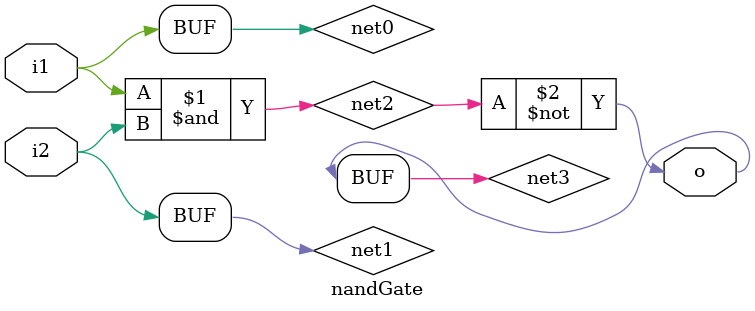
<source format=sv>
module nandGate(
  input  logic i1,
  input  logic i2,
  output logic o);
  logic net3;
  logic net2;
  logic net1;
  logic net0;

  assign o = net3;
  not (net3, net2);
  and (net2, net0, net1);
  assign net1 = i2;
  assign net0 = i1;
endmodule: nandGate
</source>
